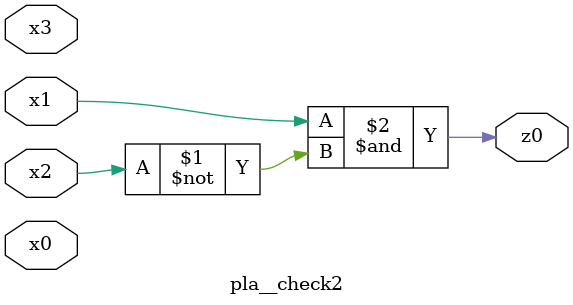
<source format=v>
module pla__check2 ( 
    x0, x1, x2, x3,
    z0  );
  input  x0, x1, x2, x3;
  output z0;
  assign z0 = x1 & ~x2;
endmodule
</source>
